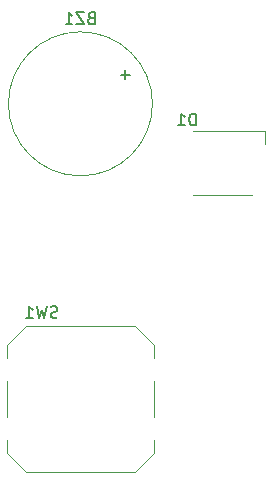
<source format=gbr>
%TF.GenerationSoftware,KiCad,Pcbnew,8.0.4*%
%TF.CreationDate,2024-08-11T09:47:25+05:30*%
%TF.ProjectId,Wrkshp_PCB_test,57726b73-6870-45f5-9043-425f74657374,rev?*%
%TF.SameCoordinates,Original*%
%TF.FileFunction,Legend,Bot*%
%TF.FilePolarity,Positive*%
%FSLAX46Y46*%
G04 Gerber Fmt 4.6, Leading zero omitted, Abs format (unit mm)*
G04 Created by KiCad (PCBNEW 8.0.4) date 2024-08-11 09:47:25*
%MOMM*%
%LPD*%
G01*
G04 APERTURE LIST*
%ADD10C,0.150000*%
%ADD11C,0.120000*%
G04 APERTURE END LIST*
D10*
X141236532Y-92660000D02*
X141093675Y-92707619D01*
X141093675Y-92707619D02*
X140855580Y-92707619D01*
X140855580Y-92707619D02*
X140760342Y-92660000D01*
X140760342Y-92660000D02*
X140712723Y-92612380D01*
X140712723Y-92612380D02*
X140665104Y-92517142D01*
X140665104Y-92517142D02*
X140665104Y-92421904D01*
X140665104Y-92421904D02*
X140712723Y-92326666D01*
X140712723Y-92326666D02*
X140760342Y-92279047D01*
X140760342Y-92279047D02*
X140855580Y-92231428D01*
X140855580Y-92231428D02*
X141046056Y-92183809D01*
X141046056Y-92183809D02*
X141141294Y-92136190D01*
X141141294Y-92136190D02*
X141188913Y-92088571D01*
X141188913Y-92088571D02*
X141236532Y-91993333D01*
X141236532Y-91993333D02*
X141236532Y-91898095D01*
X141236532Y-91898095D02*
X141188913Y-91802857D01*
X141188913Y-91802857D02*
X141141294Y-91755238D01*
X141141294Y-91755238D02*
X141046056Y-91707619D01*
X141046056Y-91707619D02*
X140807961Y-91707619D01*
X140807961Y-91707619D02*
X140665104Y-91755238D01*
X140331770Y-91707619D02*
X140093675Y-92707619D01*
X140093675Y-92707619D02*
X139903199Y-91993333D01*
X139903199Y-91993333D02*
X139712723Y-92707619D01*
X139712723Y-92707619D02*
X139474628Y-91707619D01*
X138569866Y-92707619D02*
X139141294Y-92707619D01*
X138855580Y-92707619D02*
X138855580Y-91707619D01*
X138855580Y-91707619D02*
X138950818Y-91850476D01*
X138950818Y-91850476D02*
X139046056Y-91945714D01*
X139046056Y-91945714D02*
X139141294Y-91993333D01*
X144060752Y-67306009D02*
X143917895Y-67353628D01*
X143917895Y-67353628D02*
X143870276Y-67401247D01*
X143870276Y-67401247D02*
X143822657Y-67496485D01*
X143822657Y-67496485D02*
X143822657Y-67639342D01*
X143822657Y-67639342D02*
X143870276Y-67734580D01*
X143870276Y-67734580D02*
X143917895Y-67782200D01*
X143917895Y-67782200D02*
X144013133Y-67829819D01*
X144013133Y-67829819D02*
X144394085Y-67829819D01*
X144394085Y-67829819D02*
X144394085Y-66829819D01*
X144394085Y-66829819D02*
X144060752Y-66829819D01*
X144060752Y-66829819D02*
X143965514Y-66877438D01*
X143965514Y-66877438D02*
X143917895Y-66925057D01*
X143917895Y-66925057D02*
X143870276Y-67020295D01*
X143870276Y-67020295D02*
X143870276Y-67115533D01*
X143870276Y-67115533D02*
X143917895Y-67210771D01*
X143917895Y-67210771D02*
X143965514Y-67258390D01*
X143965514Y-67258390D02*
X144060752Y-67306009D01*
X144060752Y-67306009D02*
X144394085Y-67306009D01*
X143489323Y-66829819D02*
X142822657Y-66829819D01*
X142822657Y-66829819D02*
X143489323Y-67829819D01*
X143489323Y-67829819D02*
X142822657Y-67829819D01*
X141917895Y-67829819D02*
X142489323Y-67829819D01*
X142203609Y-67829819D02*
X142203609Y-66829819D01*
X142203609Y-66829819D02*
X142298847Y-66972676D01*
X142298847Y-66972676D02*
X142394085Y-67067914D01*
X142394085Y-67067914D02*
X142489323Y-67115533D01*
X147370751Y-72108866D02*
X146608847Y-72108866D01*
X146989799Y-72489819D02*
X146989799Y-71727914D01*
X152960294Y-76400819D02*
X152960294Y-75400819D01*
X152960294Y-75400819D02*
X152722199Y-75400819D01*
X152722199Y-75400819D02*
X152579342Y-75448438D01*
X152579342Y-75448438D02*
X152484104Y-75543676D01*
X152484104Y-75543676D02*
X152436485Y-75638914D01*
X152436485Y-75638914D02*
X152388866Y-75829390D01*
X152388866Y-75829390D02*
X152388866Y-75972247D01*
X152388866Y-75972247D02*
X152436485Y-76162723D01*
X152436485Y-76162723D02*
X152484104Y-76257961D01*
X152484104Y-76257961D02*
X152579342Y-76353200D01*
X152579342Y-76353200D02*
X152722199Y-76400819D01*
X152722199Y-76400819D02*
X152960294Y-76400819D01*
X151436485Y-76400819D02*
X152007913Y-76400819D01*
X151722199Y-76400819D02*
X151722199Y-75400819D01*
X151722199Y-75400819D02*
X151817437Y-75543676D01*
X151817437Y-75543676D02*
X151912675Y-75638914D01*
X151912675Y-75638914D02*
X152007913Y-75686533D01*
D11*
%TO.C,SW1*%
X136979800Y-94975000D02*
X136979800Y-96125000D01*
X136979800Y-94975000D02*
X138579800Y-93425000D01*
X136979800Y-101125000D02*
X136979800Y-98025000D01*
X136979800Y-104175000D02*
X136979800Y-103025000D01*
X136979800Y-104175000D02*
X138579800Y-105725000D01*
X138579800Y-93425000D02*
X147779800Y-93425000D01*
X138579800Y-105725000D02*
X147779800Y-105725000D01*
X147779800Y-93425000D02*
X149379800Y-94975000D01*
X147779800Y-105725000D02*
X149379800Y-104175000D01*
X149379800Y-94975000D02*
X149379800Y-96125000D01*
X149379800Y-101125000D02*
X149379800Y-98025000D01*
X149379800Y-104175000D02*
X149379800Y-103025000D01*
%TO.C,BZ1*%
X149279800Y-74575000D02*
G75*
G02*
X137079800Y-74575000I-6100000J0D01*
G01*
X137079800Y-74575000D02*
G75*
G02*
X149279800Y-74575000I6100000J0D01*
G01*
%TO.C,D1*%
X152679800Y-76875000D02*
X158779800Y-76875000D01*
X157679800Y-82275000D02*
X152679800Y-82275000D01*
X158779800Y-76875000D02*
X158779800Y-77975000D01*
%TD*%
M02*

</source>
